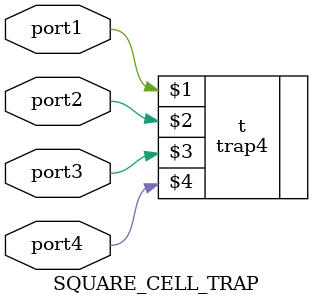
<source format=v>
module multi_input (
inout pb1_1, pb1_2, pb2_1, pb2_2, pb3_1, pb3_2, p1, cp1, cp2, cp3, cp4
);
wire c1;
wire c2;
wire c3;
wire c4;
wire c5;
wire c6;
  wire c7_out;
wire c7;
wire c8;
wire c9;
wire c10;
  wire c11_out;
wire c11;
wire c12;
wire cc1;
wire cc2;
wire cc3;
wire cc4;
assign c1 = pb1_1;
assign c2 = pb1_2;
assign c4 = pb2_1;
assign c5 = pb2_2;
assign c8 = pb3_1;
assign c9 = pb3_2;

MUX m1(.port1(c3),.port2(c1),.port3(c2),.port4(cc1),.port5(cc2));
TREE t1(.port1(c6),.port2(c4),.port3(c5));
TREE t2(.port1(c10),.port2(c8),.port3(c9));
MIXER x1(.port2(c7),.port1(c6));
MIXER x2(.port1(c11),.port2(c10));
assign c12 = p1;
SQUARE_CELL_TRAP ct1(.port3(c12),.port1(c3),.port4(c7_out),.port2(c11_out));
assign cc1 = cp1;
assign cc2 = cp2;
assign cc3 = cp3;
assign cc4 = cp4;
VALVE v1(.port0(cc3),.out(c7_out),.in(c7));
VALVE v2(.port0(cc4),.out(c11_out),.in(c11));
endmodule

module VALVE(inout port0, in, out);
  valve v1(.fluid_in(in), .fluid_out(out), .air_in(port0));
endmodule

module MUX(inout port1, port2, port3, port4, port5);
  valve v1 (.fluid_in(port2), .fluid_out(port1), .air_in(port4));
  valve v2 (.fluid_in(port3), .fluid_out(port1), .air_in(port5));
endmodule

module TREE(inout port1, port2, port3);
  mixer m1(.a(port2), .b(port3), .y(port3));
endmodule

module MIXER(inout port1, port2);
  serpentine s1(.in(port1), .out(port2));
endmodule

module SQUARE_CELL_TRAP(inout port1, port2, port3, port4);
  trap4 t(port1, port2, port3, port4);
endmodule

</source>
